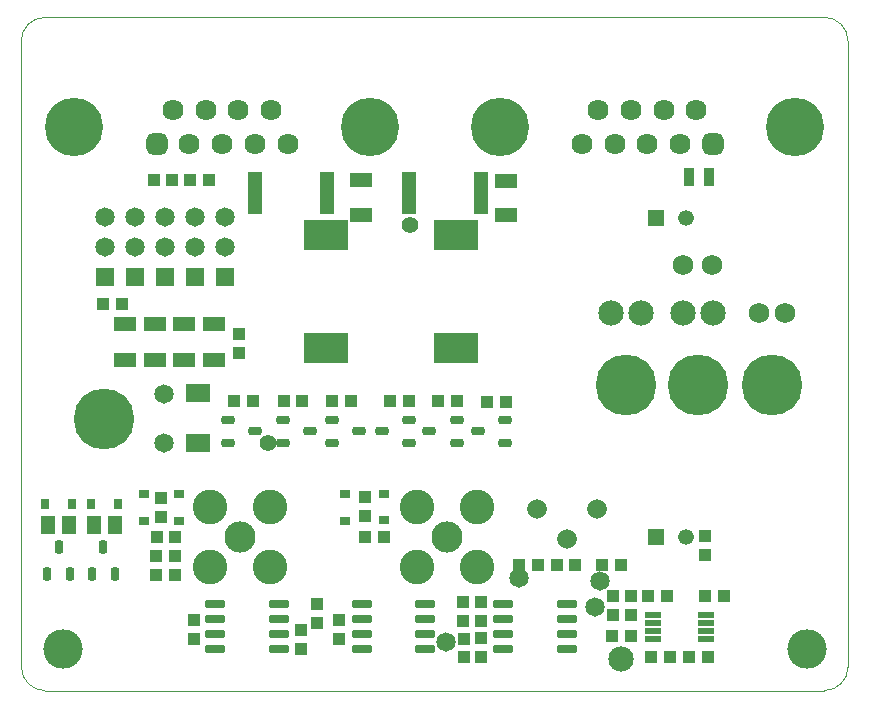
<source format=gts>
G04*
G04 #@! TF.GenerationSoftware,Altium Limited,Altium Designer,23.9.2 (47)*
G04*
G04 Layer_Color=8323857*
%FSLAX44Y44*%
%MOMM*%
G71*
G04*
G04 #@! TF.SameCoordinates,B568AE66-8DF3-4FEE-8232-9B1AC1FE23A7*
G04*
G04*
G04 #@! TF.FilePolarity,Negative*
G04*
G01*
G75*
%ADD10C,0.1000*%
%ADD22R,1.3500X0.5000*%
%ADD33C,1.6400*%
%ADD34R,0.9400X1.4900*%
G04:AMPARAMS|DCode=35|XSize=0.74mm|YSize=1.14mm|CornerRadius=0.22mm|HoleSize=0mm|Usage=FLASHONLY|Rotation=270.000|XOffset=0mm|YOffset=0mm|HoleType=Round|Shape=RoundedRectangle|*
%AMROUNDEDRECTD35*
21,1,0.7400,0.7000,0,0,270.0*
21,1,0.3000,1.1400,0,0,270.0*
1,1,0.4400,-0.3500,-0.1500*
1,1,0.4400,-0.3500,0.1500*
1,1,0.4400,0.3500,0.1500*
1,1,0.4400,0.3500,-0.1500*
%
%ADD35ROUNDEDRECTD35*%
%ADD36R,1.0900X1.1400*%
%ADD37R,1.1400X1.0900*%
%ADD38C,2.1400*%
G04:AMPARAMS|DCode=39|XSize=0.74mm|YSize=1.69mm|CornerRadius=0.22mm|HoleSize=0mm|Usage=FLASHONLY|Rotation=90.000|XOffset=0mm|YOffset=0mm|HoleType=Round|Shape=RoundedRectangle|*
%AMROUNDEDRECTD39*
21,1,0.7400,1.2500,0,0,90.0*
21,1,0.3000,1.6900,0,0,90.0*
1,1,0.4400,0.6250,0.1500*
1,1,0.4400,0.6250,-0.1500*
1,1,0.4400,-0.6250,-0.1500*
1,1,0.4400,-0.6250,0.1500*
%
%ADD39ROUNDEDRECTD39*%
%ADD40R,0.8500X0.6500*%
%ADD41R,1.1900X1.5400*%
G04:AMPARAMS|DCode=42|XSize=0.74mm|YSize=1.14mm|CornerRadius=0.22mm|HoleSize=0mm|Usage=FLASHONLY|Rotation=180.000|XOffset=0mm|YOffset=0mm|HoleType=Round|Shape=RoundedRectangle|*
%AMROUNDEDRECTD42*
21,1,0.7400,0.7000,0,0,180.0*
21,1,0.3000,1.1400,0,0,180.0*
1,1,0.4400,-0.1500,0.3500*
1,1,0.4400,0.1500,0.3500*
1,1,0.4400,0.1500,-0.3500*
1,1,0.4400,-0.1500,-0.3500*
%
%ADD42ROUNDEDRECTD42*%
%ADD43R,0.6500X0.8500*%
%ADD44R,2.1000X1.5000*%
%ADD45R,1.9400X1.2900*%
%ADD46R,3.7400X2.5400*%
%ADD47R,1.2400X3.5400*%
%ADD48C,1.6640*%
%ADD49C,5.1400*%
%ADD50C,1.7400*%
%ADD51C,1.3400*%
%ADD52R,1.3400X1.3400*%
%ADD53C,4.9400*%
%ADD54C,1.7900*%
G04:AMPARAMS|DCode=55|XSize=1.79mm|YSize=1.79mm|CornerRadius=0.4825mm|HoleSize=0mm|Usage=FLASHONLY|Rotation=180.000|XOffset=0mm|YOffset=0mm|HoleType=Round|Shape=RoundedRectangle|*
%AMROUNDEDRECTD55*
21,1,1.7900,0.8250,0,0,180.0*
21,1,0.8250,1.7900,0,0,180.0*
1,1,0.9650,-0.4125,0.4125*
1,1,0.9650,0.4125,0.4125*
1,1,0.9650,0.4125,-0.4125*
1,1,0.9650,-0.4125,-0.4125*
%
%ADD55ROUNDEDRECTD55*%
%ADD56C,2.6400*%
%ADD57C,2.9400*%
%ADD58R,1.6400X1.6400*%
%ADD59C,3.3400*%
%ADD60C,1.4100*%
D10*
X20000Y570000D02*
G03*
X0Y550000I0J-20000D01*
G01*
X700000D02*
G03*
X680000Y570000I-20000J0D01*
G01*
X680000Y0D02*
G03*
X700000Y20000I0J20000D01*
G01*
X0D02*
G03*
X20000Y0I20000J0D01*
G01*
X700000Y550000D02*
X700000Y20000D01*
X20000Y570000D02*
X680000D01*
X-0Y550000D02*
X0Y20000D01*
X20000Y0D02*
X680000D01*
D22*
X579440Y44044D02*
D03*
Y50544D02*
D03*
Y57044D02*
D03*
Y63544D02*
D03*
X534939Y44044D02*
D03*
Y50544D02*
D03*
Y57044D02*
D03*
Y63544D02*
D03*
D33*
X360000Y41000D02*
D03*
X421000Y95000D02*
D03*
X490000Y93000D02*
D03*
X486000Y71000D02*
D03*
X121000Y210000D02*
D03*
Y251000D02*
D03*
X172400Y375400D02*
D03*
Y400800D02*
D03*
X147000Y375400D02*
D03*
Y400800D02*
D03*
X121600Y375400D02*
D03*
Y400800D02*
D03*
X96200Y375400D02*
D03*
Y400800D02*
D03*
X70800Y375400D02*
D03*
Y400800D02*
D03*
D34*
X565000Y435000D02*
D03*
X582000D02*
D03*
D35*
X368500Y210000D02*
D03*
Y229000D02*
D03*
X345500Y219500D02*
D03*
X386500D02*
D03*
X409500Y229000D02*
D03*
Y210000D02*
D03*
X305000Y219500D02*
D03*
X328000Y229000D02*
D03*
Y210000D02*
D03*
X286000Y219500D02*
D03*
X263000Y210000D02*
D03*
X263000Y229000D02*
D03*
X244500Y219500D02*
D03*
X221500Y210000D02*
D03*
X221500Y229000D02*
D03*
X198000Y219500D02*
D03*
X175000Y210000D02*
D03*
Y229000D02*
D03*
D36*
X352744Y244745D02*
D03*
X368744D02*
D03*
X547000Y80000D02*
D03*
X531000D02*
D03*
X500000Y46000D02*
D03*
X516000D02*
D03*
X549000Y28000D02*
D03*
X533000D02*
D03*
X565000D02*
D03*
X581000D02*
D03*
X579000Y80000D02*
D03*
X595000D02*
D03*
X492000Y106000D02*
D03*
X508000D02*
D03*
X469200Y106000D02*
D03*
X453200D02*
D03*
X421200D02*
D03*
X437200D02*
D03*
X291200Y130000D02*
D03*
X307200D02*
D03*
X114529Y129924D02*
D03*
X130529D02*
D03*
X114200Y114000D02*
D03*
X130200D02*
D03*
Y98000D02*
D03*
X114200D02*
D03*
X410000Y244500D02*
D03*
X394000D02*
D03*
X328000Y245000D02*
D03*
X312000D02*
D03*
X263000Y245000D02*
D03*
X279000Y245000D02*
D03*
X222000Y245000D02*
D03*
X238000D02*
D03*
X180000D02*
D03*
X196000Y245000D02*
D03*
X69000Y327000D02*
D03*
X85000D02*
D03*
X143000Y432000D02*
D03*
X159000D02*
D03*
X112000D02*
D03*
X128000D02*
D03*
D37*
X291000Y164000D02*
D03*
Y148000D02*
D03*
X516000Y64000D02*
D03*
Y80000D02*
D03*
X501000D02*
D03*
Y64000D02*
D03*
X579000Y115000D02*
D03*
Y131000D02*
D03*
X389200Y59000D02*
D03*
Y75000D02*
D03*
X389200Y28150D02*
D03*
Y44150D02*
D03*
X375000Y28000D02*
D03*
Y44000D02*
D03*
X374000Y59000D02*
D03*
X374000Y75000D02*
D03*
X237000Y35000D02*
D03*
Y51000D02*
D03*
X269200Y60000D02*
D03*
Y44000D02*
D03*
X250000Y57000D02*
D03*
Y73000D02*
D03*
X146200Y60000D02*
D03*
Y44000D02*
D03*
X118200Y163000D02*
D03*
Y147000D02*
D03*
X184000Y302000D02*
D03*
Y286000D02*
D03*
D38*
X508000Y27000D02*
D03*
X525000Y320000D02*
D03*
X499000D02*
D03*
X586000D02*
D03*
X560000D02*
D03*
D39*
X462200Y73050D02*
D03*
Y60350D02*
D03*
Y47650D02*
D03*
Y34950D02*
D03*
X408200D02*
D03*
Y47650D02*
D03*
Y60350D02*
D03*
Y73050D02*
D03*
X342200D02*
D03*
Y60350D02*
D03*
Y47650D02*
D03*
Y34950D02*
D03*
X288200D02*
D03*
Y47650D02*
D03*
Y60350D02*
D03*
Y73050D02*
D03*
X164200D02*
D03*
Y60350D02*
D03*
Y47650D02*
D03*
Y34950D02*
D03*
X218200D02*
D03*
Y47650D02*
D03*
Y60350D02*
D03*
Y73050D02*
D03*
D40*
X307200Y144000D02*
D03*
Y166300D02*
D03*
X274000Y143850D02*
D03*
Y166150D02*
D03*
X133200Y143850D02*
D03*
Y166150D02*
D03*
X104200Y143850D02*
D03*
Y166150D02*
D03*
D41*
X22750Y140251D02*
D03*
X40250D02*
D03*
X61500D02*
D03*
X79000D02*
D03*
D42*
X60000Y98751D02*
D03*
X79000D02*
D03*
X69500Y121751D02*
D03*
X22000Y98751D02*
D03*
X41000D02*
D03*
X31500Y121751D02*
D03*
D43*
X59350Y158251D02*
D03*
X81650D02*
D03*
X20350D02*
D03*
X42650D02*
D03*
D44*
X150000Y252000D02*
D03*
Y210000D02*
D03*
D45*
X163000Y310000D02*
D03*
Y280000D02*
D03*
X138000Y310000D02*
D03*
Y280000D02*
D03*
X113000Y310000D02*
D03*
Y280000D02*
D03*
X88000Y310000D02*
D03*
Y280000D02*
D03*
X410000Y431500D02*
D03*
X410000Y402500D02*
D03*
X288000Y403000D02*
D03*
Y432000D02*
D03*
D46*
X368000Y289800D02*
D03*
Y385800D02*
D03*
X258000Y385800D02*
D03*
Y289800D02*
D03*
D47*
X389500Y421000D02*
D03*
X328500D02*
D03*
X197500D02*
D03*
X258500D02*
D03*
D48*
X462200Y128405D02*
D03*
X436800Y153805D02*
D03*
X487600D02*
D03*
D49*
X573000Y259000D02*
D03*
X70000Y230000D02*
D03*
X512000Y259000D02*
D03*
X636000D02*
D03*
D50*
X625000Y320000D02*
D03*
X647000D02*
D03*
X560000Y360000D02*
D03*
X585000D02*
D03*
D51*
X562700Y400000D02*
D03*
X562700Y130000D02*
D03*
D52*
X537300Y400000D02*
D03*
X537300Y130000D02*
D03*
D53*
X405000Y477000D02*
D03*
X655000D02*
D03*
X295000D02*
D03*
X45000D02*
D03*
D54*
X571550Y491200D02*
D03*
X543850D02*
D03*
X516150D02*
D03*
X488450D02*
D03*
X502300Y462800D02*
D03*
X474600D02*
D03*
X557700D02*
D03*
X530000D02*
D03*
X170000D02*
D03*
X197700D02*
D03*
X225400D02*
D03*
X142300D02*
D03*
X128450Y491200D02*
D03*
X156150D02*
D03*
X183850D02*
D03*
X211550D02*
D03*
D55*
X585400Y462800D02*
D03*
X114600D02*
D03*
D56*
X360200Y130000D02*
D03*
X185200D02*
D03*
D57*
X385600Y104600D02*
D03*
Y155400D02*
D03*
X334800D02*
D03*
Y104600D02*
D03*
X210600D02*
D03*
Y155400D02*
D03*
X159800D02*
D03*
Y104600D02*
D03*
D58*
X172400Y350000D02*
D03*
X147000Y350000D02*
D03*
X121600D02*
D03*
X96200D02*
D03*
X70800D02*
D03*
D59*
X35000Y35000D02*
D03*
X665000D02*
D03*
D60*
X209000Y210000D02*
D03*
X329000Y394000D02*
D03*
M02*

</source>
